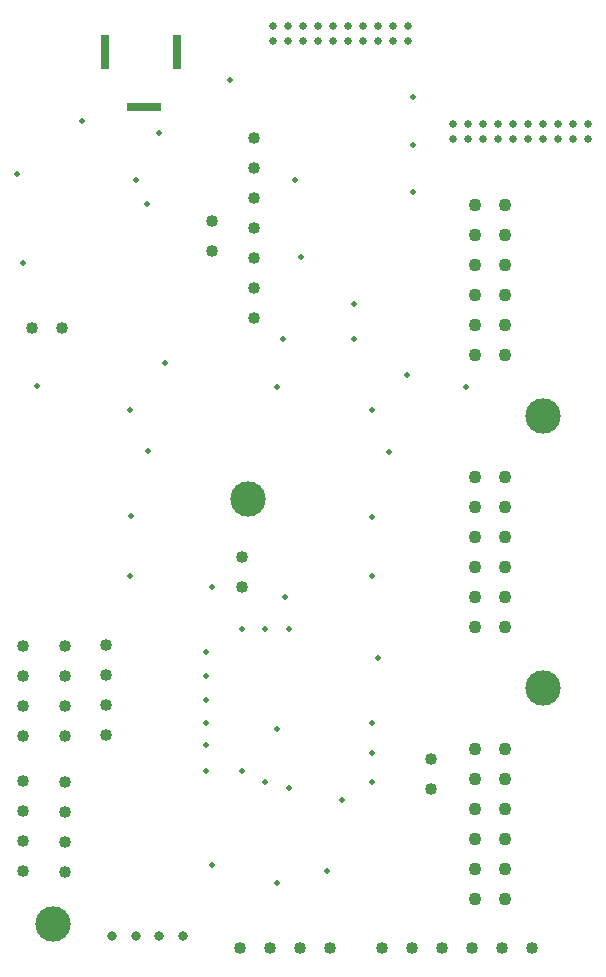
<source format=gbr>
%TF.GenerationSoftware,Altium Limited,Altium Designer,21.2.1 (34)*%
G04 Layer_Color=0*
%FSLAX45Y45*%
%MOMM*%
%TF.SameCoordinates,1A5297F3-7C59-4284-9812-4E6276DD2B67*%
%TF.FilePolarity,Positive*%
%TF.FileFunction,Plated,1,4,PTH,Drill*%
%TF.Part,Single*%
G01*
G75*
%TA.AperFunction,ComponentDrill*%
%ADD77C,0.63500*%
%ADD78C,1.02000*%
%ADD79C,1.02000*%
%ADD80R,3.00000X0.80000*%
%ADD81R,0.80000X3.00000*%
%ADD82C,0.80000*%
%ADD83C,1.10000*%
%TA.AperFunction,OtherDrill,Free Pad (20.5mm,39.5mm)*%
%ADD84C,3.00000*%
%TA.AperFunction,OtherDrill,Free Pad (4mm,3.5mm)*%
%ADD85C,3.00000*%
%TA.AperFunction,OtherDrill,Free Pad (45.5mm,46.5mm)*%
%ADD86C,3.00000*%
%TA.AperFunction,OtherDrill,Free Pad (45.5mm,23.5mm)*%
%ADD87C,3.00000*%
%TA.AperFunction,ViaDrill,NotFilled*%
%ADD88C,0.50000*%
D77*
X4935000Y7127000D02*
D03*
Y7000000D02*
D03*
X4808000Y7127000D02*
D03*
Y7000000D02*
D03*
X4681000Y7127000D02*
D03*
Y7000000D02*
D03*
X4554000Y7127000D02*
D03*
Y7000000D02*
D03*
X4427000Y7127000D02*
D03*
X4300000D02*
D03*
Y7000000D02*
D03*
X4173000Y7127000D02*
D03*
Y7000000D02*
D03*
X4046000Y7127000D02*
D03*
Y7000000D02*
D03*
X3919000Y7127000D02*
D03*
Y7000000D02*
D03*
X3792000Y7127000D02*
D03*
Y7000000D02*
D03*
X4427000D02*
D03*
X2265000Y7823000D02*
D03*
Y7950000D02*
D03*
X2392000Y7823000D02*
D03*
Y7950000D02*
D03*
X2519000Y7823000D02*
D03*
Y7950000D02*
D03*
X2646000Y7823000D02*
D03*
Y7950000D02*
D03*
X2773000Y7823000D02*
D03*
X2900000D02*
D03*
Y7950000D02*
D03*
X3027000Y7823000D02*
D03*
Y7950000D02*
D03*
X3154000Y7823000D02*
D03*
Y7950000D02*
D03*
X3281000Y7823000D02*
D03*
Y7950000D02*
D03*
X3408000Y7823000D02*
D03*
Y7950000D02*
D03*
X2773000D02*
D03*
D78*
X2100000Y5484000D02*
D03*
Y5738000D02*
D03*
Y5992000D02*
D03*
Y6246000D02*
D03*
Y6500000D02*
D03*
Y6754000D02*
D03*
Y7008000D02*
D03*
X500000Y1946000D02*
D03*
Y2200000D02*
D03*
Y2454000D02*
D03*
Y2708000D02*
D03*
X477000Y5400000D02*
D03*
X223000D02*
D03*
X850000Y1950000D02*
D03*
Y2204000D02*
D03*
Y2458000D02*
D03*
Y2712000D02*
D03*
X150000Y2704000D02*
D03*
Y2450000D02*
D03*
Y2196000D02*
D03*
Y1942000D02*
D03*
X500000Y792000D02*
D03*
Y1046000D02*
D03*
Y1300000D02*
D03*
Y1554000D02*
D03*
X150000Y800000D02*
D03*
Y1054000D02*
D03*
Y1308000D02*
D03*
Y1562000D02*
D03*
D79*
X4458000Y150000D02*
D03*
X4204000D02*
D03*
X3950000D02*
D03*
X3696000D02*
D03*
X3442000D02*
D03*
X3188000D02*
D03*
X1988000D02*
D03*
X2242000D02*
D03*
X2496000D02*
D03*
X2750000D02*
D03*
X1750000Y6300000D02*
D03*
Y6046000D02*
D03*
X3600000Y1496000D02*
D03*
Y1750000D02*
D03*
X2000000Y3454000D02*
D03*
Y3200000D02*
D03*
D80*
X1175000Y7270000D02*
D03*
D81*
X1455000Y7730000D02*
D03*
X845000D02*
D03*
D82*
X1500000Y250000D02*
D03*
X1300000D02*
D03*
X1100000D02*
D03*
X900000D02*
D03*
D83*
X3973000Y565000D02*
D03*
Y819000D02*
D03*
X4227000Y565000D02*
D03*
Y819000D02*
D03*
X3973000Y1327000D02*
D03*
X4227000D02*
D03*
X3973000Y1835000D02*
D03*
X4227000D02*
D03*
Y1581000D02*
D03*
X3973000D02*
D03*
X4227000Y1073000D02*
D03*
X3973000D02*
D03*
Y5165000D02*
D03*
Y5419000D02*
D03*
X4227000Y5165000D02*
D03*
Y5419000D02*
D03*
X3973000Y5927000D02*
D03*
X4227000D02*
D03*
X3973000Y6435000D02*
D03*
X4227000D02*
D03*
Y6181000D02*
D03*
X3973000D02*
D03*
X4227000Y5673000D02*
D03*
X3973000D02*
D03*
Y2865000D02*
D03*
Y3119000D02*
D03*
X4227000Y2865000D02*
D03*
Y3119000D02*
D03*
X3973000Y3627000D02*
D03*
X4227000D02*
D03*
X3973000Y4135000D02*
D03*
X4227000D02*
D03*
Y3881000D02*
D03*
X3973000D02*
D03*
X4227000Y3373000D02*
D03*
X3973000D02*
D03*
D84*
X2050000Y3950000D02*
D03*
D85*
X400000Y350000D02*
D03*
D86*
X4550000Y4650000D02*
D03*
D87*
Y2350000D02*
D03*
D88*
X2350000Y5300000D02*
D03*
X2504627Y6000000D02*
D03*
X3100000Y1550000D02*
D03*
X2717141Y800000D02*
D03*
X2953174Y5603174D02*
D03*
X3400000Y5000000D02*
D03*
X1900000Y7500000D02*
D03*
X1300000Y7050000D02*
D03*
X2369360Y3122209D02*
D03*
X3150000Y2600000D02*
D03*
X3100000Y1800000D02*
D03*
Y2050000D02*
D03*
X2000000Y1650000D02*
D03*
X2200000Y1550000D02*
D03*
X1700000Y1650000D02*
D03*
Y1866128D02*
D03*
Y2050000D02*
D03*
Y2250000D02*
D03*
Y2450000D02*
D03*
Y2650000D02*
D03*
X2400000Y2850000D02*
D03*
X2200000D02*
D03*
X2000000D02*
D03*
X2400000Y1500000D02*
D03*
X1750000Y850000D02*
D03*
X2450000Y6650000D02*
D03*
X3100000Y3800001D02*
D03*
X1350000Y5100000D02*
D03*
X1100000Y6650000D02*
D03*
X650000Y7150000D02*
D03*
X1200000Y6450000D02*
D03*
X100000Y6700000D02*
D03*
X150000Y5950000D02*
D03*
X3450000Y6950000D02*
D03*
X2300000Y700000D02*
D03*
X2850000Y1400000D02*
D03*
X2300000Y2000000D02*
D03*
X2950000Y5300000D02*
D03*
X3450000Y7350000D02*
D03*
X3100000Y3300000D02*
D03*
X3900000Y4900000D02*
D03*
X3100000Y4700000D02*
D03*
X2300000Y4900001D02*
D03*
X3250000Y4350001D02*
D03*
X1208708Y4356207D02*
D03*
X1058708Y3806207D02*
D03*
X1050000Y3300000D02*
D03*
X268083Y4904375D02*
D03*
X1050000Y4700000D02*
D03*
X1750000Y3200000D02*
D03*
X3450000Y6550000D02*
D03*
%TF.MD5,8a1f3c68bd366d58d27ee7f8d32b175d*%
M02*

</source>
